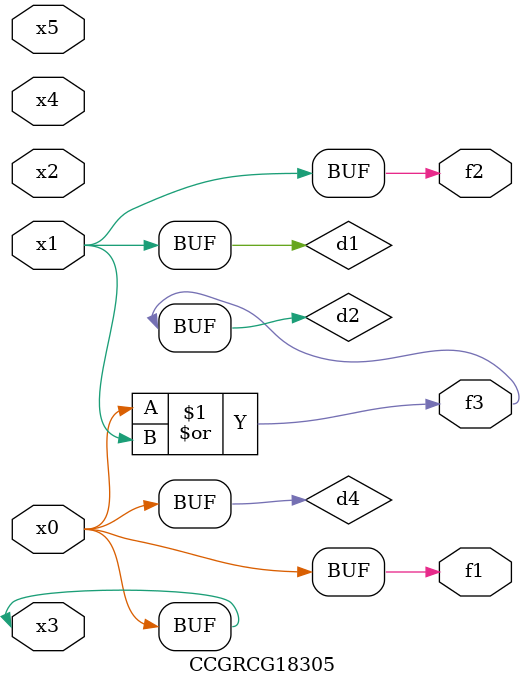
<source format=v>
module CCGRCG18305(
	input x0, x1, x2, x3, x4, x5,
	output f1, f2, f3
);

	wire d1, d2, d3, d4;

	and (d1, x1);
	or (d2, x0, x1);
	nand (d3, x0, x5);
	buf (d4, x0, x3);
	assign f1 = d4;
	assign f2 = d1;
	assign f3 = d2;
endmodule

</source>
